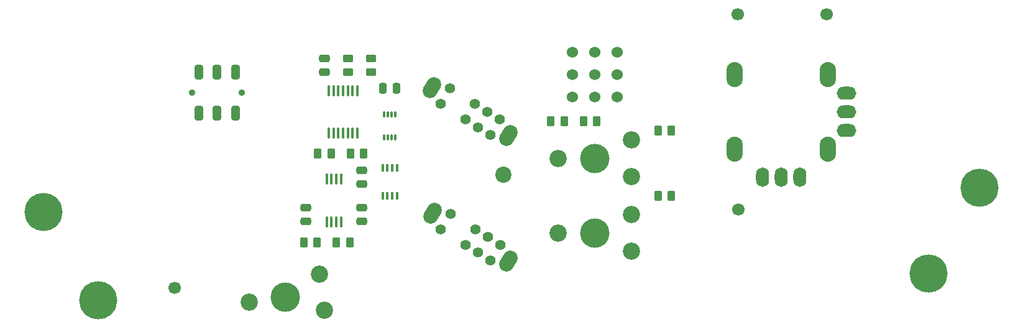
<source format=gbr>
%TF.GenerationSoftware,KiCad,Pcbnew,(6.99.0-2899-g66b8ecb467)*%
%TF.CreationDate,2022-08-21T04:15:40+02:00*%
%TF.ProjectId,Vectrex Pad miniNeoGeo-rounded-jlcpcb,56656374-7265-4782-9050-6164206d696e,1.3*%
%TF.SameCoordinates,Original*%
%TF.FileFunction,Soldermask,Top*%
%TF.FilePolarity,Negative*%
%FSLAX46Y46*%
G04 Gerber Fmt 4.6, Leading zero omitted, Abs format (unit mm)*
G04 Created by KiCad (PCBNEW (6.99.0-2899-g66b8ecb467)) date 2022-08-21 04:15:40*
%MOMM*%
%LPD*%
G01*
G04 APERTURE LIST*
G04 Aperture macros list*
%AMRoundRect*
0 Rectangle with rounded corners*
0 $1 Rounding radius*
0 $2 $3 $4 $5 $6 $7 $8 $9 X,Y pos of 4 corners*
0 Add a 4 corners polygon primitive as box body*
4,1,4,$2,$3,$4,$5,$6,$7,$8,$9,$2,$3,0*
0 Add four circle primitives for the rounded corners*
1,1,$1+$1,$2,$3*
1,1,$1+$1,$4,$5*
1,1,$1+$1,$6,$7*
1,1,$1+$1,$8,$9*
0 Add four rect primitives between the rounded corners*
20,1,$1+$1,$2,$3,$4,$5,0*
20,1,$1+$1,$4,$5,$6,$7,0*
20,1,$1+$1,$6,$7,$8,$9,0*
20,1,$1+$1,$8,$9,$2,$3,0*%
%AMHorizOval*
0 Thick line with rounded ends*
0 $1 width*
0 $2 $3 position (X,Y) of the first rounded end (center of the circle)*
0 $4 $5 position (X,Y) of the second rounded end (center of the circle)*
0 Add line between two ends*
20,1,$1,$2,$3,$4,$5,0*
0 Add two circle primitives to create the rounded ends*
1,1,$1,$2,$3*
1,1,$1,$4,$5*%
G04 Aperture macros list end*
%ADD10RoundRect,0.250000X0.262500X0.450000X-0.262500X0.450000X-0.262500X-0.450000X0.262500X-0.450000X0*%
%ADD11C,5.200000*%
%ADD12RoundRect,0.250000X-0.475000X0.250000X-0.475000X-0.250000X0.475000X-0.250000X0.475000X0.250000X0*%
%ADD13RoundRect,0.075000X-0.075000X-0.325000X0.075000X-0.325000X0.075000X0.325000X-0.075000X0.325000X0*%
%ADD14C,1.700000*%
%ADD15C,2.200000*%
%ADD16RoundRect,0.250000X-0.262500X-0.450000X0.262500X-0.450000X0.262500X0.450000X-0.262500X0.450000X0*%
%ADD17C,0.900000*%
%ADD18RoundRect,0.300000X0.300000X0.675000X-0.300000X0.675000X-0.300000X-0.675000X0.300000X-0.675000X0*%
%ADD19RoundRect,0.250000X0.475000X-0.250000X0.475000X0.250000X-0.475000X0.250000X-0.475000X-0.250000X0*%
%ADD20RoundRect,0.250000X-0.450000X0.262500X-0.450000X-0.262500X0.450000X-0.262500X0.450000X0.262500X0*%
%ADD21RoundRect,0.100000X0.100000X-0.637500X0.100000X0.637500X-0.100000X0.637500X-0.100000X-0.637500X0*%
%ADD22RoundRect,0.100000X-0.100000X-0.450000X0.100000X-0.450000X0.100000X0.450000X-0.100000X0.450000X0*%
%ADD23RoundRect,0.100000X-0.100000X0.637500X-0.100000X-0.637500X0.100000X-0.637500X0.100000X0.637500X0*%
%ADD24RoundRect,0.250000X-0.250000X-0.475000X0.250000X-0.475000X0.250000X0.475000X-0.250000X0.475000X0*%
%ADD25O,1.778000X2.667000*%
%ADD26O,2.222000X3.429000*%
%ADD27O,2.667000X1.778000*%
%ADD28C,4.000000*%
%ADD29C,2.340000*%
%ADD30C,1.400000*%
%ADD31HorizOval,2.000000X0.265699X0.423561X-0.265699X-0.423561X0*%
%ADD32C,1.524000*%
G04 APERTURE END LIST*
D10*
%TO.C,R6*%
X133627500Y-81915000D03*
X131802500Y-81915000D03*
%TD*%
D11*
%TO.C,*%
X217540000Y-86510000D03*
%TD*%
D12*
%TO.C,C3*%
X133350000Y-89220000D03*
X133350000Y-91120000D03*
%TD*%
D13*
%TO.C,U2*%
X136410000Y-79655000D03*
X136910000Y-79655000D03*
X137410000Y-79655000D03*
X137910000Y-79655000D03*
X137910000Y-76555000D03*
X137410000Y-76555000D03*
X136910000Y-76555000D03*
X136410000Y-76555000D03*
%TD*%
D11*
%TO.C,*%
X210590000Y-98200000D03*
%TD*%
D14*
%TO.C,*%
X107860000Y-100190000D03*
%TD*%
D15*
%TO.C,*%
X152610000Y-84750000D03*
%TD*%
D16*
%TO.C,R8*%
X125452500Y-93980000D03*
X127277500Y-93980000D03*
%TD*%
D14*
%TO.C,*%
X196660000Y-62890000D03*
%TD*%
D17*
%TO.C,SW7*%
X117030000Y-73570000D03*
X110230000Y-73570000D03*
D18*
X116130000Y-76395000D03*
X113630000Y-76395000D03*
X111130000Y-76395000D03*
X116130000Y-70745000D03*
X113630000Y-70745000D03*
X111130000Y-70745000D03*
%TD*%
D14*
%TO.C,*%
X184650000Y-89480000D03*
%TD*%
D10*
%TO.C,R2*%
X160932500Y-77470000D03*
X159107500Y-77470000D03*
%TD*%
D16*
%TO.C,R10*%
X127357500Y-81915000D03*
X129182500Y-81915000D03*
%TD*%
D10*
%TO.C,R4*%
X175537500Y-78740000D03*
X173712500Y-78740000D03*
%TD*%
D19*
%TO.C,C2*%
X125730000Y-91120000D03*
X125730000Y-89220000D03*
%TD*%
D11*
%TO.C,*%
X97420000Y-101840000D03*
%TD*%
D10*
%TO.C,R3*%
X175537500Y-87630000D03*
X173712500Y-87630000D03*
%TD*%
D20*
%TO.C,R7*%
X134620000Y-68937500D03*
X134620000Y-70762500D03*
%TD*%
%TO.C,R9*%
X131445000Y-68937500D03*
X131445000Y-70762500D03*
%TD*%
D16*
%TO.C,R1*%
X163552500Y-77470000D03*
X165377500Y-77470000D03*
%TD*%
D14*
%TO.C,*%
X184610000Y-62910000D03*
%TD*%
D21*
%TO.C,U4*%
X128860000Y-79062500D03*
X129510000Y-79062500D03*
X130160000Y-79062500D03*
X130810000Y-79062500D03*
X131460000Y-79062500D03*
X132110000Y-79062500D03*
X132760000Y-79062500D03*
X132760000Y-73337500D03*
X132110000Y-73337500D03*
X131460000Y-73337500D03*
X130810000Y-73337500D03*
X130160000Y-73337500D03*
X129510000Y-73337500D03*
X128860000Y-73337500D03*
%TD*%
D22*
%TO.C,U3*%
X136185000Y-87625000D03*
X136835000Y-87625000D03*
X137485000Y-87625000D03*
X138135000Y-87625000D03*
X138135000Y-83825000D03*
X137485000Y-83825000D03*
X136835000Y-83825000D03*
X136185000Y-83825000D03*
%TD*%
D23*
%TO.C,U1*%
X130515000Y-85365000D03*
X129865000Y-85365000D03*
X129215000Y-85365000D03*
X128565000Y-85365000D03*
X128565000Y-91165000D03*
X129215000Y-91165000D03*
X129865000Y-91165000D03*
X130515000Y-91165000D03*
%TD*%
D12*
%TO.C,C4*%
X133350000Y-84140000D03*
X133350000Y-86040000D03*
%TD*%
D24*
%TO.C,C5*%
X136210000Y-73025000D03*
X138110000Y-73025000D03*
%TD*%
D19*
%TO.C,C1*%
X128270000Y-70800000D03*
X128270000Y-68900000D03*
%TD*%
D11*
%TO.C,*%
X89990000Y-89870000D03*
%TD*%
D10*
%TO.C,R5*%
X131722500Y-93980000D03*
X129897500Y-93980000D03*
%TD*%
D25*
%TO.C,VR1*%
X187959999Y-85089999D03*
X190499999Y-85089999D03*
X193039999Y-85089999D03*
D26*
X196849999Y-71119999D03*
X196849999Y-81279999D03*
X184149999Y-81279999D03*
X184149999Y-71119999D03*
D27*
X199389999Y-73659999D03*
X199389999Y-76199999D03*
X199389999Y-78739999D03*
%TD*%
D28*
%TO.C,RV1*%
X165100000Y-82525000D03*
D29*
X170100000Y-85025000D03*
X160100000Y-82525000D03*
X170100000Y-80025000D03*
%TD*%
D28*
%TO.C,RV2*%
X165100000Y-92685000D03*
D29*
X170100000Y-95185000D03*
X160100000Y-92685000D03*
X170100000Y-90185000D03*
%TD*%
D30*
%TO.C,SW6*%
X152199693Y-94317990D03*
X150505449Y-93255193D03*
X148811205Y-92192396D03*
X145422718Y-90066801D03*
X150871196Y-96435795D03*
X149176953Y-95372998D03*
X147482709Y-94310200D03*
X144094221Y-92184606D03*
D31*
X153314400Y-96492828D03*
X142979512Y-90009766D03*
%TD*%
D32*
%TO.C,J1*%
X162052000Y-71120000D03*
X165100000Y-68072000D03*
X162052000Y-68072000D03*
X165100000Y-71120000D03*
X168148000Y-71120000D03*
X168148000Y-68072000D03*
X162052000Y-74168000D03*
X165100000Y-74168000D03*
X168148000Y-74168000D03*
%TD*%
D30*
%TO.C,SW5*%
X152174272Y-77241184D03*
X150480028Y-76178387D03*
X148785784Y-75115590D03*
X145397297Y-72989995D03*
X150845775Y-79358989D03*
X149151532Y-78296192D03*
X147457288Y-77233394D03*
X144068800Y-75107800D03*
D31*
X153288979Y-79416022D03*
X142954091Y-72932960D03*
%TD*%
D28*
%TO.C,RV5*%
X122970727Y-101445795D03*
D29*
X128270000Y-103225600D03*
X118019387Y-102141661D03*
X127574134Y-98274260D03*
%TD*%
M02*

</source>
